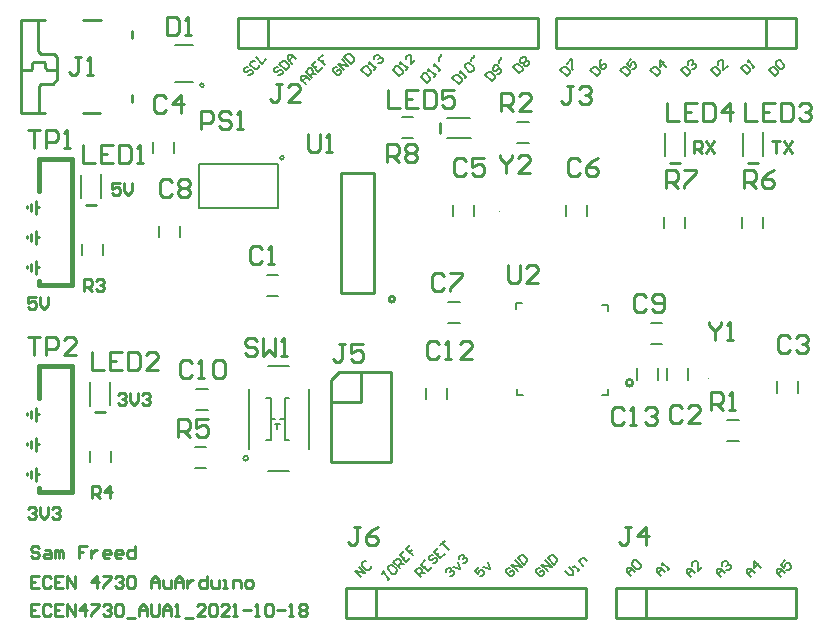
<source format=gto>
G04*
G04 #@! TF.GenerationSoftware,Altium Limited,Altium Designer,21.6.4 (81)*
G04*
G04 Layer_Color=65535*
%FSLAX25Y25*%
%MOIN*%
G70*
G04*
G04 #@! TF.SameCoordinates,858BF902-78F9-450F-91F8-2C9066A697E3*
G04*
G04*
G04 #@! TF.FilePolarity,Positive*
G04*
G01*
G75*
%ADD10C,0.00394*%
%ADD11C,0.01000*%
%ADD12C,0.00600*%
%ADD13C,0.00900*%
%ADD14C,0.01500*%
%ADD15C,0.00800*%
%ADD16C,0.00500*%
D10*
X162027Y141543D02*
G03*
X162027Y141543I-197J0D01*
G01*
X231697Y86000D02*
G03*
X231697Y86000I-197J0D01*
G01*
D11*
X206518Y84500D02*
G03*
X206518Y84500I-1118J0D01*
G01*
X127235Y112400D02*
G03*
X127235Y112400I-1000J0D01*
G01*
X142200Y167800D02*
Y171200D01*
X2714Y174520D02*
Y205325D01*
Y174520D02*
X10700D01*
X23400Y174600D02*
X28800D01*
X2714Y205325D02*
X10500D01*
X11625Y188873D02*
X14525D01*
X11325D02*
X11625D01*
X10525Y189673D02*
X11325Y188873D01*
X10525Y189673D02*
Y191072D01*
X10125Y191472D02*
X10525Y191072D01*
X6825Y191472D02*
X10125D01*
X6425Y191072D02*
X6825Y191472D01*
X6425Y189272D02*
Y191072D01*
X5825Y188672D02*
X6425Y189272D01*
X3325Y188672D02*
X5825D01*
X8525Y174520D02*
Y183372D01*
X9425Y184273D01*
X13125D01*
X14525Y185672D01*
Y193072D01*
X13625Y193973D02*
X14525Y193072D01*
X9225Y193973D02*
X13625D01*
X8225Y194973D02*
X9225Y193973D01*
X8225Y194973D02*
Y205172D01*
X23400Y205300D02*
X29200D01*
X39525Y178214D02*
Y180375D01*
Y199468D02*
Y201786D01*
X251000Y196000D02*
Y206000D01*
X181000Y196000D02*
X261000D01*
Y206000D01*
X181000D02*
X261000D01*
X181000Y196000D02*
Y206000D01*
X85000D02*
X175000D01*
X75000Y196000D02*
X165000D01*
X75000D02*
Y206000D01*
X165000D01*
X85000Y196000D02*
Y206000D01*
Y196000D02*
X175000D01*
Y206000D01*
X121000Y6000D02*
Y16000D01*
X111000D02*
X191000D01*
X111000Y6000D02*
Y16000D01*
Y6000D02*
X191000D01*
Y16000D01*
X7500Y71750D02*
Y76250D01*
Y74000D02*
X8527D01*
X6000Y72750D02*
Y75250D01*
X4500Y73750D02*
Y74477D01*
X7500Y61750D02*
Y66250D01*
Y64000D02*
X8527D01*
X6000Y62750D02*
Y65250D01*
X4500Y63750D02*
Y64477D01*
X7500Y51750D02*
Y56250D01*
Y54000D02*
X8527D01*
X6000Y52750D02*
Y55250D01*
X4500Y53750D02*
Y54477D01*
X7500Y140750D02*
Y145250D01*
Y143000D02*
X8527D01*
X6000Y141750D02*
Y144250D01*
X4500Y142750D02*
Y143477D01*
X7500Y130750D02*
Y135250D01*
Y133000D02*
X8527D01*
X6000Y131750D02*
Y134250D01*
X4500Y132750D02*
Y133477D01*
X7500Y120750D02*
Y125250D01*
Y123000D02*
X8527D01*
X6000Y121750D02*
Y124250D01*
X4500Y122750D02*
Y123477D01*
X218800Y157700D02*
X222200D01*
X244800D02*
X248200D01*
X27300Y74653D02*
X30700D01*
X24300Y143700D02*
X27700D01*
X201000Y11000D02*
Y16000D01*
X211000D01*
Y6000D02*
X261000D01*
Y16000D01*
X211000D02*
X261000D01*
X211000Y6000D02*
Y16000D01*
X201000Y6000D02*
X211000D01*
X201000D02*
Y11000D01*
X106000Y58000D02*
X126000D01*
Y88000D01*
X106000Y78000D02*
X116000D01*
Y88000D01*
X106000Y58000D02*
Y85500D01*
X108500Y88000D01*
X126000D01*
X124502Y158001D02*
Y163999D01*
X127501D01*
X128500Y162999D01*
Y161000D01*
X127501Y160000D01*
X124502D01*
X126501D02*
X128500Y158001D01*
X130500Y162999D02*
X131499Y163999D01*
X133499D01*
X134498Y162999D01*
Y162000D01*
X133499Y161000D01*
X134498Y160000D01*
Y159001D01*
X133499Y158001D01*
X131499D01*
X130500Y159001D01*
Y160000D01*
X131499Y161000D01*
X130500Y162000D01*
Y162999D01*
X131499Y161000D02*
X133499D01*
X125004Y181999D02*
Y176001D01*
X129002D01*
X135000Y181999D02*
X131002D01*
Y176001D01*
X135000D01*
X131002Y179000D02*
X133001D01*
X137000Y181999D02*
Y176001D01*
X139999D01*
X140998Y177001D01*
Y180999D01*
X139999Y181999D01*
X137000D01*
X146996D02*
X142998D01*
Y179000D01*
X144997Y180000D01*
X145997D01*
X146996Y179000D01*
Y177001D01*
X145997Y176001D01*
X143997D01*
X142998Y177001D01*
X223000Y75999D02*
X222001Y76999D01*
X220001D01*
X219002Y75999D01*
Y72001D01*
X220001Y71001D01*
X222001D01*
X223000Y72001D01*
X228998Y71001D02*
X225000D01*
X228998Y75000D01*
Y75999D01*
X227999Y76999D01*
X225999D01*
X225000Y75999D01*
X203501Y75499D02*
X202502Y76499D01*
X200502D01*
X199502Y75499D01*
Y71501D01*
X200502Y70501D01*
X202502D01*
X203501Y71501D01*
X205501Y70501D02*
X207500D01*
X206500D01*
Y76499D01*
X205501Y75499D01*
X210499D02*
X211498Y76499D01*
X213498D01*
X214498Y75499D01*
Y74500D01*
X213498Y73500D01*
X212498D01*
X213498D01*
X214498Y72500D01*
Y71501D01*
X213498Y70501D01*
X211498D01*
X210499Y71501D01*
X8666Y29332D02*
X7999Y29999D01*
X6667D01*
X6000Y29332D01*
Y28666D01*
X6667Y27999D01*
X7999D01*
X8666Y27333D01*
Y26666D01*
X7999Y26000D01*
X6667D01*
X6000Y26666D01*
X10665Y28666D02*
X11998D01*
X12664Y27999D01*
Y26000D01*
X10665D01*
X9999Y26666D01*
X10665Y27333D01*
X12664D01*
X13997Y26000D02*
Y28666D01*
X14664D01*
X15330Y27999D01*
Y26000D01*
Y27999D01*
X15997Y28666D01*
X16663Y27999D01*
Y26000D01*
X24661Y29999D02*
X21995D01*
Y27999D01*
X23328D01*
X21995D01*
Y26000D01*
X25993Y28666D02*
Y26000D01*
Y27333D01*
X26660Y27999D01*
X27326Y28666D01*
X27993D01*
X31992Y26000D02*
X30659D01*
X29992Y26666D01*
Y27999D01*
X30659Y28666D01*
X31992D01*
X32658Y27999D01*
Y27333D01*
X29992D01*
X35990Y26000D02*
X34657D01*
X33991Y26666D01*
Y27999D01*
X34657Y28666D01*
X35990D01*
X36657Y27999D01*
Y27333D01*
X33991D01*
X40655Y29999D02*
Y26000D01*
X38656D01*
X37990Y26666D01*
Y27999D01*
X38656Y28666D01*
X40655D01*
X8666Y19999D02*
X6000D01*
Y16000D01*
X8666D01*
X6000Y17999D02*
X7333D01*
X12664Y19332D02*
X11998Y19999D01*
X10665D01*
X9999Y19332D01*
Y16667D01*
X10665Y16000D01*
X11998D01*
X12664Y16667D01*
X16663Y19999D02*
X13997D01*
Y16000D01*
X16663D01*
X13997Y17999D02*
X15330D01*
X17996Y16000D02*
Y19999D01*
X20662Y16000D01*
Y19999D01*
X27993Y16000D02*
Y19999D01*
X25993Y17999D01*
X28659D01*
X29992Y19999D02*
X32658D01*
Y19332D01*
X29992Y16667D01*
Y16000D01*
X33991Y19332D02*
X34657Y19999D01*
X35990D01*
X36657Y19332D01*
Y18666D01*
X35990Y17999D01*
X35324D01*
X35990D01*
X36657Y17333D01*
Y16667D01*
X35990Y16000D01*
X34657D01*
X33991Y16667D01*
X37990Y19332D02*
X38656Y19999D01*
X39989D01*
X40655Y19332D01*
Y16667D01*
X39989Y16000D01*
X38656D01*
X37990Y16667D01*
Y19332D01*
X45987Y16000D02*
Y18666D01*
X47320Y19999D01*
X48653Y18666D01*
Y16000D01*
Y17999D01*
X45987D01*
X49986Y18666D02*
Y16667D01*
X50652Y16000D01*
X52652D01*
Y18666D01*
X53984Y16000D02*
Y18666D01*
X55317Y19999D01*
X56650Y18666D01*
Y16000D01*
Y17999D01*
X53984D01*
X57983Y18666D02*
Y16000D01*
Y17333D01*
X58650Y17999D01*
X59316Y18666D01*
X59983D01*
X64648Y19999D02*
Y16000D01*
X62648D01*
X61982Y16667D01*
Y17999D01*
X62648Y18666D01*
X64648D01*
X65981D02*
Y16667D01*
X66647Y16000D01*
X68647D01*
Y18666D01*
X69979Y16000D02*
X71312D01*
X70646D01*
Y18666D01*
X69979D01*
X73312Y16000D02*
Y18666D01*
X75311D01*
X75977Y17999D01*
Y16000D01*
X77977D02*
X79310D01*
X79976Y16667D01*
Y17999D01*
X79310Y18666D01*
X77977D01*
X77310Y17999D01*
Y16667D01*
X77977Y16000D01*
X8666Y10665D02*
X6000D01*
Y6667D01*
X8666D01*
X6000Y8666D02*
X7333D01*
X12664Y9999D02*
X11998Y10665D01*
X10665D01*
X9999Y9999D01*
Y7333D01*
X10665Y6667D01*
X11998D01*
X12664Y7333D01*
X16663Y10665D02*
X13997D01*
Y6667D01*
X16663D01*
X13997Y8666D02*
X15330D01*
X17996Y6667D02*
Y10665D01*
X20662Y6667D01*
Y10665D01*
X23994Y6667D02*
Y10665D01*
X21995Y8666D01*
X24661D01*
X25993Y10665D02*
X28659D01*
Y9999D01*
X25993Y7333D01*
Y6667D01*
X29992Y9999D02*
X30659Y10665D01*
X31992D01*
X32658Y9999D01*
Y9332D01*
X31992Y8666D01*
X31325D01*
X31992D01*
X32658Y7999D01*
Y7333D01*
X31992Y6667D01*
X30659D01*
X29992Y7333D01*
X33991Y9999D02*
X34657Y10665D01*
X35990D01*
X36657Y9999D01*
Y7333D01*
X35990Y6667D01*
X34657D01*
X33991Y7333D01*
Y9999D01*
X37990Y6000D02*
X40655D01*
X41988Y6667D02*
Y9332D01*
X43321Y10665D01*
X44654Y9332D01*
Y6667D01*
Y8666D01*
X41988D01*
X45987Y10665D02*
Y7333D01*
X46654Y6667D01*
X47987D01*
X48653Y7333D01*
Y10665D01*
X49986Y6667D02*
Y9332D01*
X51319Y10665D01*
X52652Y9332D01*
Y6667D01*
Y8666D01*
X49986D01*
X53984Y6667D02*
X55317D01*
X54651D01*
Y10665D01*
X53984Y9999D01*
X57317Y6000D02*
X59983D01*
X63981Y6667D02*
X61316D01*
X63981Y9332D01*
Y9999D01*
X63315Y10665D01*
X61982D01*
X61316Y9999D01*
X65314D02*
X65981Y10665D01*
X67313D01*
X67980Y9999D01*
Y7333D01*
X67313Y6667D01*
X65981D01*
X65314Y7333D01*
Y9999D01*
X71979Y6667D02*
X69313D01*
X71979Y9332D01*
Y9999D01*
X71312Y10665D01*
X69979D01*
X69313Y9999D01*
X73312Y6667D02*
X74645D01*
X73978D01*
Y10665D01*
X73312Y9999D01*
X76644Y8666D02*
X79310D01*
X80643Y6667D02*
X81976D01*
X81309D01*
Y10665D01*
X80643Y9999D01*
X83975D02*
X84641Y10665D01*
X85974D01*
X86641Y9999D01*
Y7333D01*
X85974Y6667D01*
X84641D01*
X83975Y7333D01*
Y9999D01*
X87974Y8666D02*
X90639D01*
X91972Y6667D02*
X93305D01*
X92639D01*
Y10665D01*
X91972Y9999D01*
X95305D02*
X95971Y10665D01*
X97304D01*
X97970Y9999D01*
Y9332D01*
X97304Y8666D01*
X97970Y7999D01*
Y7333D01*
X97304Y6667D01*
X95971D01*
X95305Y7333D01*
Y7999D01*
X95971Y8666D01*
X95305Y9332D01*
Y9999D01*
X95971Y8666D02*
X97304D01*
X22500Y192999D02*
X20501D01*
X21500D01*
Y188001D01*
X20501Y187001D01*
X19501D01*
X18501Y188001D01*
X24499Y187001D02*
X26499D01*
X25499D01*
Y192999D01*
X24499Y191999D01*
X253000Y164999D02*
X255666D01*
X254333D01*
Y161000D01*
X256999Y164999D02*
X259665Y161000D01*
Y164999D02*
X256999Y161000D01*
X227000D02*
Y164999D01*
X228999D01*
X229666Y164332D01*
Y162999D01*
X228999Y162333D01*
X227000D01*
X228333D02*
X229666Y161000D01*
X230999Y164999D02*
X233664Y161000D01*
Y164999D02*
X230999Y161000D01*
X35000Y80332D02*
X35666Y80999D01*
X36999D01*
X37666Y80332D01*
Y79666D01*
X36999Y78999D01*
X36333D01*
X36999D01*
X37666Y78333D01*
Y77666D01*
X36999Y77000D01*
X35666D01*
X35000Y77666D01*
X38999Y80999D02*
Y78333D01*
X40332Y77000D01*
X41664Y78333D01*
Y80999D01*
X42997Y80332D02*
X43664Y80999D01*
X44997D01*
X45663Y80332D01*
Y79666D01*
X44997Y78999D01*
X44330D01*
X44997D01*
X45663Y78333D01*
Y77666D01*
X44997Y77000D01*
X43664D01*
X42997Y77666D01*
X5000Y42332D02*
X5666Y42999D01*
X6999D01*
X7666Y42332D01*
Y41666D01*
X6999Y40999D01*
X6333D01*
X6999D01*
X7666Y40333D01*
Y39666D01*
X6999Y39000D01*
X5666D01*
X5000Y39666D01*
X8999Y42999D02*
Y40333D01*
X10332Y39000D01*
X11665Y40333D01*
Y42999D01*
X12997Y42332D02*
X13664Y42999D01*
X14997D01*
X15663Y42332D01*
Y41666D01*
X14997Y40999D01*
X14330D01*
X14997D01*
X15663Y40333D01*
Y39666D01*
X14997Y39000D01*
X13664D01*
X12997Y39666D01*
X35666Y150999D02*
X33000D01*
Y148999D01*
X34333Y149666D01*
X34999D01*
X35666Y148999D01*
Y147667D01*
X34999Y147000D01*
X33666D01*
X33000Y147667D01*
X36999Y150999D02*
Y148333D01*
X38332Y147000D01*
X39665Y148333D01*
Y150999D01*
X7666Y112999D02*
X5000D01*
Y110999D01*
X6333Y111666D01*
X6999D01*
X7666Y110999D01*
Y109667D01*
X6999Y109000D01*
X5666D01*
X5000Y109667D01*
X8999Y112999D02*
Y110333D01*
X10332Y109000D01*
X11665Y110333D01*
Y112999D01*
X186500Y183499D02*
X184501D01*
X185501D01*
Y178501D01*
X184501Y177501D01*
X183501D01*
X182502Y178501D01*
X188500Y182499D02*
X189499Y183499D01*
X191499D01*
X192498Y182499D01*
Y181500D01*
X191499Y180500D01*
X190499D01*
X191499D01*
X192498Y179500D01*
Y178501D01*
X191499Y177501D01*
X189499D01*
X188500Y178501D01*
X89500Y183999D02*
X87501D01*
X88501D01*
Y179001D01*
X87501Y178001D01*
X86501D01*
X85502Y179001D01*
X95498Y178001D02*
X91500D01*
X95498Y182000D01*
Y182999D01*
X94499Y183999D01*
X92499D01*
X91500Y182999D01*
X115499Y36398D02*
X113499D01*
X114499D01*
Y31400D01*
X113499Y30400D01*
X112500D01*
X111500Y31400D01*
X121497Y36398D02*
X119497Y35398D01*
X117498Y33399D01*
Y31400D01*
X118498Y30400D01*
X120497D01*
X121497Y31400D01*
Y32399D01*
X120497Y33399D01*
X117498D01*
X162400Y160498D02*
Y159498D01*
X164399Y157499D01*
X166399Y159498D01*
Y160498D01*
X164399Y157499D02*
Y154500D01*
X172397D02*
X168398D01*
X172397Y158499D01*
Y159498D01*
X171397Y160498D01*
X169398D01*
X168398Y159498D01*
X165000Y123698D02*
Y118700D01*
X166000Y117700D01*
X167999D01*
X168999Y118700D01*
Y123698D01*
X174997Y117700D02*
X170998D01*
X174997Y121699D01*
Y122698D01*
X173997Y123698D01*
X171998D01*
X170998Y122698D01*
X98400Y167298D02*
Y162300D01*
X99400Y161300D01*
X101399D01*
X102399Y162300D01*
Y167298D01*
X104398Y161300D02*
X106397D01*
X105398D01*
Y167298D01*
X104398Y166298D01*
X5000Y99798D02*
X8999D01*
X6999D01*
Y93800D01*
X10998D02*
Y99798D01*
X13997D01*
X14997Y98798D01*
Y96799D01*
X13997Y95799D01*
X10998D01*
X20995Y93800D02*
X16996D01*
X20995Y97799D01*
Y98798D01*
X19995Y99798D01*
X17996D01*
X16996Y98798D01*
X5000Y168798D02*
X8999D01*
X6999D01*
Y162800D01*
X10998D02*
Y168798D01*
X13997D01*
X14997Y167798D01*
Y165799D01*
X13997Y164799D01*
X10998D01*
X16996Y162800D02*
X18995D01*
X17996D01*
Y168798D01*
X16996Y167798D01*
X81399Y98298D02*
X80399Y99298D01*
X78400D01*
X77400Y98298D01*
Y97299D01*
X78400Y96299D01*
X80399D01*
X81399Y95299D01*
Y94300D01*
X80399Y93300D01*
X78400D01*
X77400Y94300D01*
X83398Y99298D02*
Y93300D01*
X85397Y95299D01*
X87397Y93300D01*
Y99298D01*
X89396Y93300D02*
X91395D01*
X90396D01*
Y99298D01*
X89396Y98298D01*
X55000Y66400D02*
Y72398D01*
X57999D01*
X58999Y71398D01*
Y69399D01*
X57999Y68399D01*
X55000D01*
X56999D02*
X58999Y66400D01*
X64997Y72398D02*
X60998D01*
Y69399D01*
X62997Y70399D01*
X63997D01*
X64997Y69399D01*
Y67400D01*
X63997Y66400D01*
X61998D01*
X60998Y67400D01*
X26168Y46001D02*
Y49999D01*
X28167D01*
X28834Y49333D01*
Y48000D01*
X28167Y47334D01*
X26168D01*
X27501D02*
X28834Y46001D01*
X32166D02*
Y49999D01*
X30167Y48000D01*
X32832D01*
X23668Y115001D02*
Y118999D01*
X25667D01*
X26334Y118333D01*
Y117000D01*
X25667Y116333D01*
X23668D01*
X25001D02*
X26334Y115001D01*
X27667Y118333D02*
X28333Y118999D01*
X29666D01*
X30332Y118333D01*
Y117666D01*
X29666Y117000D01*
X28999D01*
X29666D01*
X30332Y116333D01*
Y115667D01*
X29666Y115001D01*
X28333D01*
X27667Y115667D01*
X162500Y175000D02*
Y180998D01*
X165499D01*
X166499Y179998D01*
Y177999D01*
X165499Y176999D01*
X162500D01*
X164499D02*
X166499Y175000D01*
X172497D02*
X168498D01*
X172497Y178999D01*
Y179998D01*
X171497Y180998D01*
X169498D01*
X168498Y179998D01*
X232500Y75400D02*
Y81398D01*
X235499D01*
X236499Y80398D01*
Y78399D01*
X235499Y77399D01*
X232500D01*
X234499D02*
X236499Y75400D01*
X238498D02*
X240497D01*
X239498D01*
Y81398D01*
X238498Y80398D01*
X62500Y169200D02*
Y175198D01*
X65499D01*
X66499Y174198D01*
Y172199D01*
X65499Y171199D01*
X62500D01*
X72497Y174198D02*
X71497Y175198D01*
X69498D01*
X68498Y174198D01*
Y173199D01*
X69498Y172199D01*
X71497D01*
X72497Y171199D01*
Y170200D01*
X71497Y169200D01*
X69498D01*
X68498Y170200D01*
X74496Y169200D02*
X76495D01*
X75496D01*
Y175198D01*
X74496Y174198D01*
X217900Y177898D02*
Y171900D01*
X221899D01*
X227897Y177898D02*
X223898D01*
Y171900D01*
X227897D01*
X223898Y174899D02*
X225897D01*
X229896Y177898D02*
Y171900D01*
X232895D01*
X233895Y172900D01*
Y176898D01*
X232895Y177898D01*
X229896D01*
X238893Y171900D02*
Y177898D01*
X235894Y174899D01*
X239893D01*
X243900Y177898D02*
Y171900D01*
X247899D01*
X253897Y177898D02*
X249898D01*
Y171900D01*
X253897D01*
X249898Y174899D02*
X251897D01*
X255896Y177898D02*
Y171900D01*
X258895D01*
X259895Y172900D01*
Y176898D01*
X258895Y177898D01*
X255896D01*
X261894Y176898D02*
X262894Y177898D01*
X264893D01*
X265893Y176898D01*
Y175899D01*
X264893Y174899D01*
X263894D01*
X264893D01*
X265893Y173899D01*
Y172900D01*
X264893Y171900D01*
X262894D01*
X261894Y172900D01*
X26400Y94898D02*
Y88900D01*
X30399D01*
X36397Y94898D02*
X32398D01*
Y88900D01*
X36397D01*
X32398Y91899D02*
X34397D01*
X38396Y94898D02*
Y88900D01*
X41395D01*
X42395Y89900D01*
Y93898D01*
X41395Y94898D01*
X38396D01*
X48393Y88900D02*
X44394D01*
X48393Y92899D01*
Y93898D01*
X47393Y94898D01*
X45394D01*
X44394Y93898D01*
X23400Y163898D02*
Y157900D01*
X27399D01*
X33397Y163898D02*
X29398D01*
Y157900D01*
X33397D01*
X29398Y160899D02*
X31397D01*
X35396Y163898D02*
Y157900D01*
X38395D01*
X39395Y158900D01*
Y162898D01*
X38395Y163898D01*
X35396D01*
X41394Y157900D02*
X43393D01*
X42394D01*
Y163898D01*
X41394Y162898D01*
X206000Y36398D02*
X204001D01*
X205001D01*
Y31400D01*
X204001Y30400D01*
X203001D01*
X202002Y31400D01*
X210999Y30400D02*
Y36398D01*
X208000Y33399D01*
X211998D01*
X51200Y206498D02*
Y200500D01*
X54199D01*
X55199Y201500D01*
Y205498D01*
X54199Y206498D01*
X51200D01*
X57198Y200500D02*
X59197D01*
X58198D01*
Y206498D01*
X57198Y205498D01*
X141999Y97498D02*
X140999Y98498D01*
X139000D01*
X138000Y97498D01*
Y93500D01*
X139000Y92500D01*
X140999D01*
X141999Y93500D01*
X143998Y92500D02*
X145997D01*
X144998D01*
Y98498D01*
X143998Y97498D01*
X152995Y92500D02*
X148996D01*
X152995Y96499D01*
Y97498D01*
X151996Y98498D01*
X149996D01*
X148996Y97498D01*
X210999Y112998D02*
X209999Y113998D01*
X208000D01*
X207000Y112998D01*
Y109000D01*
X208000Y108000D01*
X209999D01*
X210999Y109000D01*
X212998D02*
X213998Y108000D01*
X215997D01*
X216997Y109000D01*
Y112998D01*
X215997Y113998D01*
X213998D01*
X212998Y112998D01*
Y111999D01*
X213998Y110999D01*
X216997D01*
X143499Y119998D02*
X142499Y120998D01*
X140500D01*
X139500Y119998D01*
Y116000D01*
X140500Y115000D01*
X142499D01*
X143499Y116000D01*
X145498Y120998D02*
X149497D01*
Y119998D01*
X145498Y116000D01*
Y115000D01*
X150999Y158498D02*
X149999Y159498D01*
X148000D01*
X147000Y158498D01*
Y154500D01*
X148000Y153500D01*
X149999D01*
X150999Y154500D01*
X156997Y159498D02*
X152998D01*
Y156499D01*
X154997Y157499D01*
X155997D01*
X156997Y156499D01*
Y154500D01*
X155997Y153500D01*
X153998D01*
X152998Y154500D01*
X258999Y99598D02*
X257999Y100598D01*
X256000D01*
X255000Y99598D01*
Y95600D01*
X256000Y94600D01*
X257999D01*
X258999Y95600D01*
X260998Y99598D02*
X261998Y100598D01*
X263997D01*
X264997Y99598D01*
Y98599D01*
X263997Y97599D01*
X262997D01*
X263997D01*
X264997Y96599D01*
Y95600D01*
X263997Y94600D01*
X261998D01*
X260998Y95600D01*
X82999Y128998D02*
X81999Y129998D01*
X80000D01*
X79000Y128998D01*
Y125000D01*
X80000Y124000D01*
X81999D01*
X82999Y125000D01*
X84998Y124000D02*
X86997D01*
X85998D01*
Y129998D01*
X84998Y128998D01*
X110499Y97498D02*
X108499D01*
X109499D01*
Y92500D01*
X108499Y91500D01*
X107500D01*
X106500Y92500D01*
X116497Y97498D02*
X112498D01*
Y94499D01*
X114497Y95499D01*
X115497D01*
X116497Y94499D01*
Y92500D01*
X115497Y91500D01*
X113498D01*
X112498Y92500D01*
X232100Y104898D02*
Y103898D01*
X234099Y101899D01*
X236099Y103898D01*
Y104898D01*
X234099Y101899D02*
Y98900D01*
X238098D02*
X240097D01*
X239098D01*
Y104898D01*
X238098Y103898D01*
X217600Y149500D02*
Y155498D01*
X220599D01*
X221599Y154498D01*
Y152499D01*
X220599Y151499D01*
X217600D01*
X219599D02*
X221599Y149500D01*
X223598Y155498D02*
X227597D01*
Y154498D01*
X223598Y150500D01*
Y149500D01*
X243600D02*
Y155498D01*
X246599D01*
X247599Y154498D01*
Y152499D01*
X246599Y151499D01*
X243600D01*
X245599D02*
X247599Y149500D01*
X253597Y155498D02*
X251597Y154498D01*
X249598Y152499D01*
Y150500D01*
X250598Y149500D01*
X252597D01*
X253597Y150500D01*
Y151499D01*
X252597Y152499D01*
X249598D01*
X50999Y179498D02*
X49999Y180498D01*
X48000D01*
X47000Y179498D01*
Y175500D01*
X48000Y174500D01*
X49999D01*
X50999Y175500D01*
X55997Y174500D02*
Y180498D01*
X52998Y177499D01*
X56997D01*
X59499Y90998D02*
X58499Y91998D01*
X56500D01*
X55500Y90998D01*
Y87000D01*
X56500Y86000D01*
X58499D01*
X59499Y87000D01*
X61498Y86000D02*
X63497D01*
X62498D01*
Y91998D01*
X61498Y90998D01*
X66496D02*
X67496Y91998D01*
X69495D01*
X70495Y90998D01*
Y87000D01*
X69495Y86000D01*
X67496D01*
X66496Y87000D01*
Y90998D01*
X52999Y151498D02*
X51999Y152498D01*
X50000D01*
X49000Y151498D01*
Y147500D01*
X50000Y146500D01*
X51999D01*
X52999Y147500D01*
X54998Y151498D02*
X55998Y152498D01*
X57997D01*
X58997Y151498D01*
Y150499D01*
X57997Y149499D01*
X58997Y148499D01*
Y147500D01*
X57997Y146500D01*
X55998D01*
X54998Y147500D01*
Y148499D01*
X55998Y149499D01*
X54998Y150499D01*
Y151498D01*
X55998Y149499D02*
X57997D01*
X188899Y158498D02*
X187899Y159498D01*
X185900D01*
X184900Y158498D01*
Y154500D01*
X185900Y153500D01*
X187899D01*
X188899Y154500D01*
X194897Y159498D02*
X192897Y158498D01*
X190898Y156499D01*
Y154500D01*
X191898Y153500D01*
X193897D01*
X194897Y154500D01*
Y155499D01*
X193897Y156499D01*
X190898D01*
D12*
X78306Y59408D02*
G03*
X78306Y59408I-806J0D01*
G01*
X90207Y159606D02*
G03*
X90207Y159606I-707J0D01*
G01*
X63507Y183700D02*
G03*
X63507Y183700I-707J0D01*
G01*
X129603Y166256D02*
X133403D01*
X129603Y173256D02*
X133403D01*
X144600Y166200D02*
X152500D01*
X144500Y172800D02*
X152400D01*
X218000Y85600D02*
Y89400D01*
X225000Y85600D02*
Y89400D01*
X208000Y85600D02*
Y89400D01*
X215000Y85600D02*
Y89400D01*
X167500Y109000D02*
Y111000D01*
X169500D01*
X198394Y108601D02*
Y110601D01*
X196394D02*
X198394D01*
X196223Y80545D02*
X198223D01*
Y82545D01*
X168000Y80500D02*
Y82500D01*
Y80500D02*
X170000D01*
X85000Y90008D02*
X92000D01*
X85000Y55008D02*
X92000D01*
X90500Y65508D02*
X91800D01*
X90500Y79508D02*
X91800D01*
X84400D02*
X85800D01*
X84400Y65508D02*
X85800D01*
X87200Y70808D02*
X88800D01*
X88000Y69208D02*
Y70808D01*
X98500Y62508D02*
Y82508D01*
X78500Y62508D02*
Y82508D01*
X90500Y65508D02*
Y79508D01*
X85800Y65508D02*
Y79508D01*
X85842Y72510D02*
X87242D01*
X88842Y72460D02*
X90442D01*
X60600Y56000D02*
X64400D01*
X60600Y63000D02*
X64400D01*
X25500Y58100D02*
Y61900D01*
X32500Y58100D02*
Y61900D01*
X22850Y126991D02*
Y130791D01*
X29850Y126991D02*
Y130791D01*
X168100Y171500D02*
X171900D01*
X168100Y164500D02*
X171900D01*
X238100Y72000D02*
X241900D01*
X238100Y65000D02*
X241900D01*
X61800Y142700D02*
Y157300D01*
Y142700D02*
X88200D01*
Y157300D01*
X61800D02*
X88200D01*
X217200Y160000D02*
Y167900D01*
X223800Y160100D02*
Y168000D01*
X243200Y160000D02*
Y167900D01*
X249800Y160100D02*
Y168000D01*
X25700Y76953D02*
Y84853D01*
X32300Y77053D02*
Y84953D01*
X22700Y146000D02*
Y153900D01*
X29300Y146100D02*
Y154000D01*
X137500Y79100D02*
Y82900D01*
X144500Y79100D02*
Y82900D01*
X212600Y104500D02*
X216400D01*
X212600Y97500D02*
X216400D01*
X145100Y104500D02*
X148900D01*
X145100Y111500D02*
X148900D01*
X146500Y140100D02*
Y143900D01*
X153500Y140100D02*
Y143900D01*
X261500Y81200D02*
Y85000D01*
X254500Y81200D02*
Y85000D01*
X84600Y113500D02*
X88400D01*
X84600Y120500D02*
X88400D01*
X184393Y140100D02*
Y143900D01*
X191393Y140100D02*
Y143900D01*
X46500Y161100D02*
Y164900D01*
X53500Y161100D02*
Y164900D01*
X48500Y133100D02*
Y136900D01*
X55500Y133100D02*
Y136900D01*
X61100Y82500D02*
X64900D01*
X61100Y75500D02*
X64900D01*
X224000Y136100D02*
Y139900D01*
X217000Y136100D02*
Y139900D01*
X250000Y136100D02*
Y139900D01*
X243000Y136100D02*
Y139900D01*
D13*
X109435Y114444D02*
X120335D01*
X109435D02*
Y154562D01*
X120335D01*
Y114444D02*
Y154562D01*
D14*
X8500Y79500D02*
Y90000D01*
X19500D01*
X8500Y48000D02*
Y49500D01*
Y48000D02*
X19500D01*
Y90000D01*
X8500Y148500D02*
Y159000D01*
X19500D01*
X8500Y117000D02*
Y118500D01*
Y117000D02*
X19500D01*
Y159000D01*
D15*
X53995Y197100D02*
X59900D01*
X54100Y184800D02*
X60005D01*
D16*
X251795Y188828D02*
X253915Y186707D01*
X254976Y187767D01*
X254976Y188474D01*
X253562Y189888D01*
X252855Y189888D01*
X251795Y188828D01*
X254269Y190595D02*
Y191302D01*
X254976Y192009D01*
X255683Y192009D01*
X257096Y190595D01*
X257096Y189888D01*
X256389Y189181D01*
X255683D01*
X254269Y190595D01*
X242484Y189535D02*
X244605Y187414D01*
X245665Y188474D01*
X245665Y189181D01*
X244251Y190595D01*
X243545Y190595D01*
X242484Y189535D01*
X246726D02*
X247432Y190242D01*
X247079Y189888D01*
X244958Y192009D01*
Y191302D01*
X232467Y188828D02*
X234587Y186707D01*
X235648Y187767D01*
X235648Y188474D01*
X234234Y189888D01*
X233527Y189888D01*
X232467Y188828D01*
X238122Y190242D02*
X236708Y188828D01*
Y191655D01*
X236354Y192009D01*
X235648Y192009D01*
X234941Y191302D01*
Y190595D01*
X222449Y188828D02*
X224570Y186707D01*
X225630Y187767D01*
X225630Y188474D01*
X224216Y189888D01*
X223510Y189888D01*
X222449Y188828D01*
X224923Y190595D02*
Y191302D01*
X225630Y192009D01*
X226337Y192009D01*
X226691Y191655D01*
Y190948D01*
X226337Y190595D01*
X226691Y190948D01*
X227397Y190948D01*
X227751Y190595D01*
X227751Y189888D01*
X227044Y189181D01*
X226337D01*
X212432Y188828D02*
X214552Y186707D01*
X215613Y187767D01*
X215613Y188474D01*
X214199Y189888D01*
X213492Y189888D01*
X212432Y188828D01*
X217733Y189888D02*
X215613Y192009D01*
X215613Y189888D01*
X217026Y191302D01*
X202414Y188828D02*
X204535Y186707D01*
X205595Y187767D01*
X205595Y188474D01*
X204182Y189888D01*
X203475Y189888D01*
X202414Y188828D01*
X205949Y192362D02*
X204535Y190948D01*
X205595Y189888D01*
X205949Y190948D01*
X206302Y191302D01*
X207009D01*
X207716Y190595D01*
X207716Y189888D01*
X207009Y189181D01*
X206302D01*
X192397Y188828D02*
X194518Y186707D01*
X195578Y187767D01*
X195578Y188474D01*
X194164Y189888D01*
X193457Y189888D01*
X192397Y188828D01*
X195931Y192362D02*
X195578Y191302D01*
X195578Y189888D01*
X196285Y189181D01*
X196992D01*
X197698Y189888D01*
X197698Y190595D01*
X197345Y190948D01*
X196638Y190948D01*
X195578Y189888D01*
X182379Y188828D02*
X184500Y186707D01*
X185560Y187767D01*
X185560Y188474D01*
X184147Y189888D01*
X183440Y189888D01*
X182379Y188828D01*
X184500Y190948D02*
X185914Y192362D01*
X186267Y192009D01*
Y189181D01*
X186621Y188828D01*
X166604Y189828D02*
X168724Y187707D01*
X169785Y188767D01*
X169785Y189474D01*
X168371Y190888D01*
X167664Y190888D01*
X166604Y189828D01*
X169078Y191595D02*
Y192302D01*
X169785Y193009D01*
X170492Y193009D01*
X170845Y192655D01*
Y191948D01*
X171552Y191948D01*
X171905Y191595D01*
X171905Y190888D01*
X171198Y190181D01*
X170492D01*
X170138Y190535D01*
Y191242D01*
X169431Y191242D01*
X169078Y191595D01*
X170138Y191242D02*
X170845Y191948D01*
X157379Y187121D02*
X159500Y185000D01*
X160560Y186060D01*
X160560Y186767D01*
X159147Y188181D01*
X158440Y188181D01*
X157379Y187121D01*
X161267Y187474D02*
X161974D01*
X162681Y188181D01*
X162681Y188888D01*
X161267Y190302D01*
X160560Y190302D01*
X159853Y189595D01*
Y188888D01*
X160207Y188534D01*
X160914Y188534D01*
X161974Y189595D01*
Y191008D02*
Y191715D01*
X162681Y192422D01*
X162681Y193129D01*
X146379Y186121D02*
X148500Y184000D01*
X149560Y185060D01*
X149560Y185767D01*
X148147Y187181D01*
X147440Y187181D01*
X146379Y186121D01*
X150621D02*
X151328Y186828D01*
X150974Y186474D01*
X148853Y188595D01*
Y187888D01*
X150621Y189655D02*
Y190362D01*
X151328Y191069D01*
X152034D01*
X153448Y189655D01*
X153448Y188948D01*
X152741Y188241D01*
X152034D01*
X150621Y189655D01*
X152741Y191776D02*
Y192482D01*
X153448Y193189D01*
X153448Y193896D01*
X135879Y186621D02*
X138000Y184500D01*
X139060Y185560D01*
X139060Y186267D01*
X137647Y187681D01*
X136940Y187681D01*
X135879Y186621D01*
X140121D02*
X140828Y187328D01*
X140474Y186974D01*
X138353Y189095D01*
Y188388D01*
X141888D02*
X142595Y189095D01*
X142241Y188741D01*
X140121Y190862D01*
Y190155D01*
X141888Y191922D02*
Y192629D01*
X142595Y193336D01*
X142595Y194043D01*
X126604Y188944D02*
X128724Y186823D01*
X129785Y187884D01*
X129785Y188591D01*
X128371Y190005D01*
X127664Y190005D01*
X126604Y188944D01*
X130845D02*
X131552Y189651D01*
X131199Y189298D01*
X129078Y191418D01*
Y190711D01*
X134026Y192125D02*
X132612Y190711D01*
Y193539D01*
X132259Y193892D01*
X131552D01*
X130845Y193185D01*
Y192479D01*
X116104Y188944D02*
X118224Y186823D01*
X119285Y187884D01*
X119285Y188591D01*
X117871Y190005D01*
X117164Y190005D01*
X116104Y188944D01*
X120345D02*
X121052Y189651D01*
X120698Y189298D01*
X118578Y191418D01*
Y190711D01*
X120345Y192479D02*
Y193185D01*
X121052Y193892D01*
X121759D01*
X122112Y193539D01*
Y192832D01*
X121759Y192479D01*
X122112Y192832D01*
X122819Y192832D01*
X123173Y192479D01*
X123173Y191772D01*
X122466Y191065D01*
X121759D01*
X107871Y189828D02*
X107164Y189828D01*
X106457Y189121D01*
Y188414D01*
X107871Y187000D01*
X108578D01*
X109285Y187707D01*
X109285Y188414D01*
X108578Y189121D01*
X107871Y188414D01*
X110345Y188767D02*
X108224Y190888D01*
X111759Y190181D01*
X109638Y192302D01*
X110345Y193009D02*
X112466Y190888D01*
X113526Y191948D01*
X113526Y192655D01*
X112112Y194069D01*
X111405D01*
X110345Y193009D01*
X97500Y184000D02*
X96086Y185414D01*
Y186828D01*
X97500D01*
X98914Y185414D01*
X97853Y186474D01*
X96440Y185060D01*
X99621Y186121D02*
X97500Y188241D01*
X98560Y189302D01*
X99267Y189302D01*
X99974Y188595D01*
Y187888D01*
X98914Y186828D01*
X99621Y187534D02*
X101034Y187534D01*
Y191776D02*
X99621Y190362D01*
X101741Y188241D01*
X103155Y189655D01*
X100681Y189302D02*
X101388Y190008D01*
X103155Y193896D02*
X101741Y192482D01*
X102802Y191422D01*
X103508Y192129D01*
X102802Y191422D01*
X103862Y190362D01*
X88371Y189828D02*
X87664Y189828D01*
X86957Y189121D01*
Y188414D01*
X87311Y188060D01*
X88017Y188060D01*
X88724Y188767D01*
X89431Y188767D01*
X89785Y188414D01*
X89785Y187707D01*
X89078Y187000D01*
X88371D01*
X88724Y190888D02*
X90845Y188767D01*
X91905Y189828D01*
X91905Y190535D01*
X90492Y191948D01*
X89785Y191948D01*
X88724Y190888D01*
X92966D02*
X91552Y192302D01*
Y193716D01*
X92966D01*
X94379Y192302D01*
X93319Y193362D01*
X91905Y191948D01*
X78371Y189828D02*
X77664Y189828D01*
X76957Y189121D01*
Y188414D01*
X77311Y188060D01*
X78017Y188060D01*
X78724Y188767D01*
X79431Y188767D01*
X79785Y188414D01*
X79785Y187707D01*
X79078Y187000D01*
X78371D01*
X80492Y191948D02*
X79785Y191948D01*
X79078Y191242D01*
Y190535D01*
X80492Y189121D01*
X81199D01*
X81905Y189828D01*
X81905Y190535D01*
X80845Y193009D02*
X82966Y190888D01*
X84379Y192302D01*
X116000Y19707D02*
X113879Y21828D01*
X117414Y21121D01*
X115293Y23242D01*
X117767Y25009D02*
X117060Y25009D01*
X116353Y24302D01*
Y23595D01*
X117767Y22181D01*
X118474D01*
X119181Y22888D01*
X119181Y23595D01*
X122879Y20959D02*
X123586Y21666D01*
X123233Y21313D01*
X125353Y19192D01*
X125000Y18839D01*
X125707Y19545D01*
Y23787D02*
X125000Y23080D01*
Y22373D01*
X126414Y20959D01*
X127121D01*
X127828Y21666D01*
Y22373D01*
X126414Y23787D01*
X125707Y23787D01*
X128888Y22726D02*
X126767Y24847D01*
X127828Y25907D01*
X128534D01*
X129241Y25201D01*
X129241Y24494D01*
X128181Y23433D01*
X128888Y24140D02*
X130302Y24140D01*
Y28381D02*
X128888Y26968D01*
X131009Y24847D01*
X132422Y26261D01*
X129948Y25907D02*
X130655Y26614D01*
X132422Y30502D02*
X131009Y29088D01*
X132069Y28028D01*
X132776Y28735D01*
X132069Y28028D01*
X133129Y26968D01*
X136000Y19707D02*
X133879Y21828D01*
X134940Y22888D01*
X135647Y22888D01*
X136353Y22181D01*
X136353Y21474D01*
X135293Y20414D01*
X136000Y21121D02*
X137414Y21121D01*
Y25362D02*
X136000Y23948D01*
X138121Y21828D01*
X139534Y23242D01*
X137060Y22888D02*
X137767Y23595D01*
X139888Y27129D02*
X139181D01*
X138474Y26422D01*
Y25716D01*
X138828Y25362D01*
X139534Y25362D01*
X140241Y26069D01*
X140948Y26069D01*
X141302Y25716D01*
X141302Y25009D01*
X140595Y24302D01*
X139888D01*
X141655Y29603D02*
X140241Y28190D01*
X142362Y26069D01*
X143776Y27483D01*
X141302Y27129D02*
X142008Y27836D01*
X142362Y30310D02*
X143776Y31724D01*
X143069Y31017D01*
X145189Y28896D01*
X144233Y21474D02*
Y22181D01*
X144940Y22888D01*
X145647Y22888D01*
X146000Y22535D01*
Y21828D01*
X145647Y21474D01*
X146000Y21828D01*
X146707Y21828D01*
X147060Y21474D01*
X147060Y20767D01*
X146353Y20061D01*
X145647D01*
X146707Y23242D02*
X148828Y22535D01*
X148121Y24655D01*
X148474Y25716D02*
Y26422D01*
X149181Y27129D01*
X149888D01*
X150241Y26776D01*
Y26069D01*
X149888Y25716D01*
X150241Y26069D01*
X150948Y26069D01*
X151302Y25716D01*
X151302Y25009D01*
X150595Y24302D01*
X149888D01*
X155293Y23242D02*
X153879Y21828D01*
X154940Y20767D01*
X155293Y21828D01*
X155647Y22181D01*
X156353D01*
X157060Y21474D01*
X157060Y20767D01*
X156353Y20061D01*
X155647D01*
X156707Y23242D02*
X158827Y22535D01*
X158121Y24655D01*
X165647Y22888D02*
X164940Y22888D01*
X164233Y22181D01*
Y21474D01*
X165647Y20061D01*
X166353D01*
X167060Y20767D01*
X167060Y21474D01*
X166353Y22181D01*
X165647Y21474D01*
X168121Y21828D02*
X166000Y23948D01*
X169534Y23242D01*
X167414Y25362D01*
X168121Y26069D02*
X170241Y23948D01*
X171302Y25009D01*
X171302Y25716D01*
X169888Y27129D01*
X169181D01*
X168121Y26069D01*
X175647Y22888D02*
X174940Y22888D01*
X174233Y22181D01*
Y21474D01*
X175647Y20061D01*
X176353D01*
X177060Y20767D01*
X177060Y21474D01*
X176353Y22181D01*
X175647Y21474D01*
X178121Y21828D02*
X176000Y23948D01*
X179534Y23242D01*
X177414Y25362D01*
X178121Y26069D02*
X180241Y23948D01*
X181302Y25009D01*
X181302Y25716D01*
X179888Y27129D01*
X179181D01*
X178121Y26069D01*
X183879Y21828D02*
X185293Y20414D01*
X186707D01*
X186707Y21828D01*
X185293Y23242D01*
X188121Y21828D02*
X188828Y22535D01*
X188474Y22181D01*
X187060Y23595D01*
X186707Y23242D01*
X189888Y23595D02*
X188474Y25009D01*
X189534Y26069D01*
X190241D01*
X191302Y25009D01*
X216000Y20000D02*
X214586Y21414D01*
Y22828D01*
X216000D01*
X217414Y21414D01*
X216353Y22474D01*
X214940Y21060D01*
X218121Y22121D02*
X218828Y22828D01*
X218474Y22474D01*
X216353Y24595D01*
Y23888D01*
X206000Y20000D02*
X204586Y21414D01*
Y22828D01*
X206000D01*
X207414Y21414D01*
X206353Y22474D01*
X204940Y21060D01*
X206353Y23888D02*
Y24595D01*
X207060Y25302D01*
X207767Y25302D01*
X209181Y23888D01*
X209181Y23181D01*
X208474Y22474D01*
X207767D01*
X206353Y23888D01*
X226000Y19707D02*
X224586Y21121D01*
Y22535D01*
X226000D01*
X227414Y21121D01*
X226353Y22181D01*
X224940Y20767D01*
X229534Y23242D02*
X228121Y21828D01*
Y24655D01*
X227767Y25009D01*
X227060Y25009D01*
X226353Y24302D01*
Y23595D01*
X236000Y19707D02*
X234586Y21121D01*
Y22535D01*
X236000D01*
X237414Y21121D01*
X236353Y22181D01*
X234940Y20767D01*
X236353Y23595D02*
Y24302D01*
X237060Y25009D01*
X237767Y25009D01*
X238121Y24655D01*
Y23948D01*
X237767Y23595D01*
X238121Y23948D01*
X238827Y23948D01*
X239181Y23595D01*
X239181Y22888D01*
X238474Y22181D01*
X237767D01*
X246000Y19707D02*
X244586Y21121D01*
Y22535D01*
X246000D01*
X247414Y21121D01*
X246353Y22181D01*
X244940Y20767D01*
X249181Y22888D02*
X247060Y25009D01*
X247060Y22888D01*
X248474Y24302D01*
X256000Y19707D02*
X254586Y21121D01*
Y22535D01*
X256000D01*
X257414Y21121D01*
X256353Y22181D01*
X254940Y20767D01*
X257414Y25362D02*
X256000Y23948D01*
X257060Y22888D01*
X257414Y23948D01*
X257767Y24302D01*
X258474D01*
X259181Y23595D01*
X259181Y22888D01*
X258474Y22181D01*
X257767D01*
M02*

</source>
